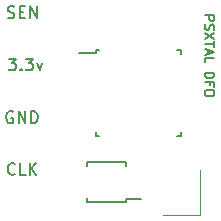
<source format=gbr>
%TF.GenerationSoftware,KiCad,Pcbnew,(6.0.10)*%
%TF.CreationDate,2023-05-18T22:08:56+10:00*%
%TF.ProjectId,DFO,44464f2e-6b69-4636-9164-5f7063625858,rev?*%
%TF.SameCoordinates,Original*%
%TF.FileFunction,Legend,Top*%
%TF.FilePolarity,Positive*%
%FSLAX46Y46*%
G04 Gerber Fmt 4.6, Leading zero omitted, Abs format (unit mm)*
G04 Created by KiCad (PCBNEW (6.0.10)) date 2023-05-18 22:08:56*
%MOMM*%
%LPD*%
G01*
G04 APERTURE LIST*
%ADD10C,0.150000*%
%ADD11C,0.200000*%
%ADD12C,0.120000*%
G04 APERTURE END LIST*
D10*
X93698095Y-68730000D02*
X93602857Y-68682380D01*
X93460000Y-68682380D01*
X93317142Y-68730000D01*
X93221904Y-68825238D01*
X93174285Y-68920476D01*
X93126666Y-69110952D01*
X93126666Y-69253809D01*
X93174285Y-69444285D01*
X93221904Y-69539523D01*
X93317142Y-69634761D01*
X93460000Y-69682380D01*
X93555238Y-69682380D01*
X93698095Y-69634761D01*
X93745714Y-69587142D01*
X93745714Y-69253809D01*
X93555238Y-69253809D01*
X94174285Y-69682380D02*
X94174285Y-68682380D01*
X94745714Y-69682380D01*
X94745714Y-68682380D01*
X95221904Y-69682380D02*
X95221904Y-68682380D01*
X95460000Y-68682380D01*
X95602857Y-68730000D01*
X95698095Y-68825238D01*
X95745714Y-68920476D01*
X95793333Y-69110952D01*
X95793333Y-69253809D01*
X95745714Y-69444285D01*
X95698095Y-69539523D01*
X95602857Y-69634761D01*
X95460000Y-69682380D01*
X95221904Y-69682380D01*
X93341428Y-64222380D02*
X93960476Y-64222380D01*
X93627142Y-64603333D01*
X93770000Y-64603333D01*
X93865238Y-64650952D01*
X93912857Y-64698571D01*
X93960476Y-64793809D01*
X93960476Y-65031904D01*
X93912857Y-65127142D01*
X93865238Y-65174761D01*
X93770000Y-65222380D01*
X93484285Y-65222380D01*
X93389047Y-65174761D01*
X93341428Y-65127142D01*
X94389047Y-65127142D02*
X94436666Y-65174761D01*
X94389047Y-65222380D01*
X94341428Y-65174761D01*
X94389047Y-65127142D01*
X94389047Y-65222380D01*
X94770000Y-64222380D02*
X95389047Y-64222380D01*
X95055714Y-64603333D01*
X95198571Y-64603333D01*
X95293809Y-64650952D01*
X95341428Y-64698571D01*
X95389047Y-64793809D01*
X95389047Y-65031904D01*
X95341428Y-65127142D01*
X95293809Y-65174761D01*
X95198571Y-65222380D01*
X94912857Y-65222380D01*
X94817619Y-65174761D01*
X94770000Y-65127142D01*
X95722380Y-64555714D02*
X95960476Y-65222380D01*
X96198571Y-64555714D01*
D11*
X109958095Y-60545714D02*
X110758095Y-60545714D01*
X110758095Y-60850476D01*
X110720000Y-60926666D01*
X110681904Y-60964761D01*
X110605714Y-61002857D01*
X110491428Y-61002857D01*
X110415238Y-60964761D01*
X110377142Y-60926666D01*
X110339047Y-60850476D01*
X110339047Y-60545714D01*
X109996190Y-61307619D02*
X109958095Y-61421904D01*
X109958095Y-61612380D01*
X109996190Y-61688571D01*
X110034285Y-61726666D01*
X110110476Y-61764761D01*
X110186666Y-61764761D01*
X110262857Y-61726666D01*
X110300952Y-61688571D01*
X110339047Y-61612380D01*
X110377142Y-61460000D01*
X110415238Y-61383809D01*
X110453333Y-61345714D01*
X110529523Y-61307619D01*
X110605714Y-61307619D01*
X110681904Y-61345714D01*
X110720000Y-61383809D01*
X110758095Y-61460000D01*
X110758095Y-61650476D01*
X110720000Y-61764761D01*
X110758095Y-62031428D02*
X109958095Y-62564761D01*
X110758095Y-62564761D02*
X109958095Y-62031428D01*
X110758095Y-62755238D02*
X110758095Y-63212380D01*
X109958095Y-62983809D02*
X110758095Y-62983809D01*
X110186666Y-63440952D02*
X110186666Y-63821904D01*
X109958095Y-63364761D02*
X110758095Y-63631428D01*
X109958095Y-63898095D01*
X109958095Y-64545714D02*
X109958095Y-64164761D01*
X110758095Y-64164761D01*
X109958095Y-65421904D02*
X110758095Y-65421904D01*
X110758095Y-65612380D01*
X110720000Y-65726666D01*
X110643809Y-65802857D01*
X110567619Y-65840952D01*
X110415238Y-65879047D01*
X110300952Y-65879047D01*
X110148571Y-65840952D01*
X110072380Y-65802857D01*
X109996190Y-65726666D01*
X109958095Y-65612380D01*
X109958095Y-65421904D01*
X110377142Y-66488571D02*
X110377142Y-66221904D01*
X109958095Y-66221904D02*
X110758095Y-66221904D01*
X110758095Y-66602857D01*
X110758095Y-67060000D02*
X110758095Y-67212380D01*
X110720000Y-67288571D01*
X110643809Y-67364761D01*
X110491428Y-67402857D01*
X110224761Y-67402857D01*
X110072380Y-67364761D01*
X109996190Y-67288571D01*
X109958095Y-67212380D01*
X109958095Y-67060000D01*
X109996190Y-66983809D01*
X110072380Y-66907619D01*
X110224761Y-66869523D01*
X110491428Y-66869523D01*
X110643809Y-66907619D01*
X110720000Y-66983809D01*
X110758095Y-67060000D01*
D10*
X93258095Y-60744761D02*
X93400952Y-60792380D01*
X93639047Y-60792380D01*
X93734285Y-60744761D01*
X93781904Y-60697142D01*
X93829523Y-60601904D01*
X93829523Y-60506666D01*
X93781904Y-60411428D01*
X93734285Y-60363809D01*
X93639047Y-60316190D01*
X93448571Y-60268571D01*
X93353333Y-60220952D01*
X93305714Y-60173333D01*
X93258095Y-60078095D01*
X93258095Y-59982857D01*
X93305714Y-59887619D01*
X93353333Y-59840000D01*
X93448571Y-59792380D01*
X93686666Y-59792380D01*
X93829523Y-59840000D01*
X94258095Y-60268571D02*
X94591428Y-60268571D01*
X94734285Y-60792380D02*
X94258095Y-60792380D01*
X94258095Y-59792380D01*
X94734285Y-59792380D01*
X95162857Y-60792380D02*
X95162857Y-59792380D01*
X95734285Y-60792380D01*
X95734285Y-59792380D01*
X93884761Y-73977142D02*
X93837142Y-74024761D01*
X93694285Y-74072380D01*
X93599047Y-74072380D01*
X93456190Y-74024761D01*
X93360952Y-73929523D01*
X93313333Y-73834285D01*
X93265714Y-73643809D01*
X93265714Y-73500952D01*
X93313333Y-73310476D01*
X93360952Y-73215238D01*
X93456190Y-73120000D01*
X93599047Y-73072380D01*
X93694285Y-73072380D01*
X93837142Y-73120000D01*
X93884761Y-73167619D01*
X94789523Y-74072380D02*
X94313333Y-74072380D01*
X94313333Y-73072380D01*
X95122857Y-74072380D02*
X95122857Y-73072380D01*
X95694285Y-74072380D02*
X95265714Y-73500952D01*
X95694285Y-73072380D02*
X95122857Y-73643809D01*
%TO.C,*%
D12*
%TO.C,X1*%
X106409998Y-77460000D02*
X109559998Y-77460000D01*
X109559998Y-77460000D02*
X109559998Y-73660000D01*
D10*
%TO.C,U1*%
X99955000Y-76335000D02*
X99955000Y-76035000D01*
X99955000Y-72985000D02*
X99955000Y-73285000D01*
X103305000Y-76335000D02*
X103305000Y-76110000D01*
X103305000Y-72985000D02*
X99955000Y-72985000D01*
X103305000Y-76335000D02*
X99955000Y-76335000D01*
X103305000Y-76110000D02*
X104530000Y-76110000D01*
X103305000Y-72985000D02*
X103305000Y-73285000D01*
%TO.C,U2*%
X107955000Y-63495000D02*
X107630000Y-63495000D01*
X100705000Y-63495000D02*
X100705000Y-63720000D01*
X100705000Y-63720000D02*
X99280000Y-63720000D01*
X100705000Y-70745000D02*
X100705000Y-70420000D01*
X100705000Y-70745000D02*
X101030000Y-70745000D01*
X107955000Y-63495000D02*
X107955000Y-63820000D01*
X107955000Y-70745000D02*
X107630000Y-70745000D01*
X100705000Y-63495000D02*
X101030000Y-63495000D01*
X107955000Y-70745000D02*
X107955000Y-70420000D01*
%TD*%
M02*

</source>
